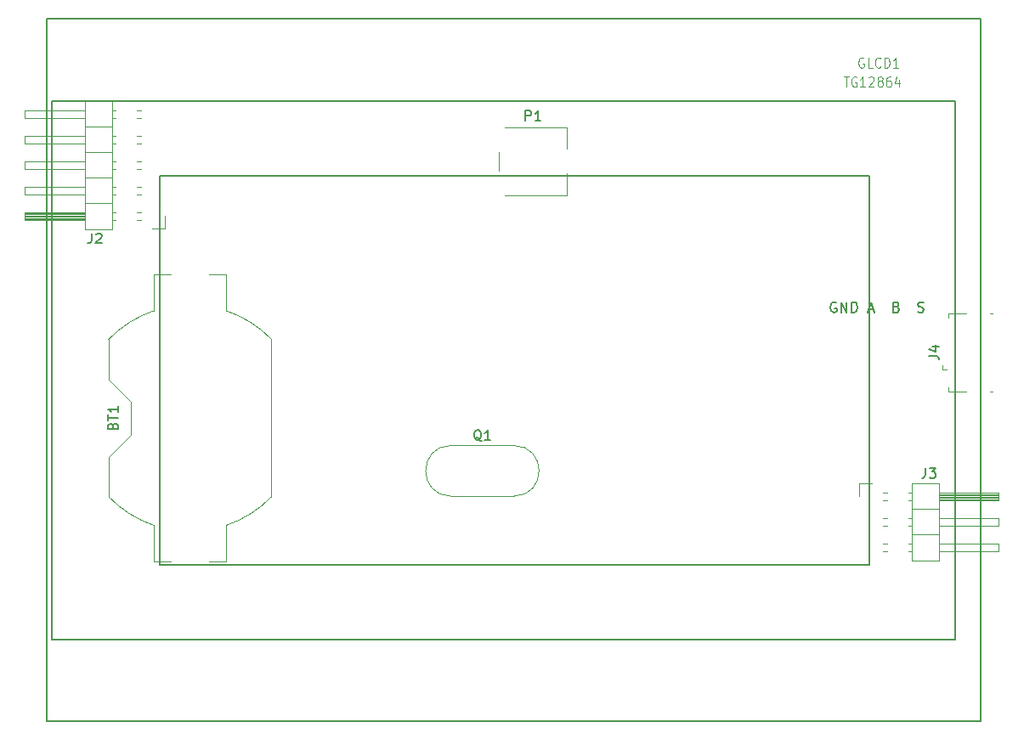
<source format=gbr>
G04 #@! TF.GenerationSoftware,KiCad,Pcbnew,(5.0.1)-3*
G04 #@! TF.CreationDate,2018-11-20T19:11:30+01:00*
G04 #@! TF.ProjectId,WeatherClock,57656174686572436C6F636B2E6B6963,rev?*
G04 #@! TF.SameCoordinates,Original*
G04 #@! TF.FileFunction,Legend,Top*
G04 #@! TF.FilePolarity,Positive*
%FSLAX46Y46*%
G04 Gerber Fmt 4.6, Leading zero omitted, Abs format (unit mm)*
G04 Created by KiCad (PCBNEW (5.0.1)-3) date 20.11.2018 19:11:30*
%MOMM*%
%LPD*%
G01*
G04 APERTURE LIST*
%ADD10C,0.150000*%
%ADD11C,0.127000*%
%ADD12C,0.120000*%
%ADD13C,0.050000*%
G04 APERTURE END LIST*
D10*
X176141571Y-93099000D02*
X176046333Y-93051380D01*
X175903476Y-93051380D01*
X175760619Y-93099000D01*
X175665380Y-93194238D01*
X175617761Y-93289476D01*
X175570142Y-93479952D01*
X175570142Y-93622809D01*
X175617761Y-93813285D01*
X175665380Y-93908523D01*
X175760619Y-94003761D01*
X175903476Y-94051380D01*
X175998714Y-94051380D01*
X176141571Y-94003761D01*
X176189190Y-93956142D01*
X176189190Y-93622809D01*
X175998714Y-93622809D01*
X176617761Y-94051380D02*
X176617761Y-93051380D01*
X177189190Y-94051380D01*
X177189190Y-93051380D01*
X177665380Y-94051380D02*
X177665380Y-93051380D01*
X177903476Y-93051380D01*
X178046333Y-93099000D01*
X178141571Y-93194238D01*
X178189190Y-93289476D01*
X178236809Y-93479952D01*
X178236809Y-93622809D01*
X178189190Y-93813285D01*
X178141571Y-93908523D01*
X178046333Y-94003761D01*
X177903476Y-94051380D01*
X177665380Y-94051380D01*
X179379666Y-93765666D02*
X179855857Y-93765666D01*
X179284428Y-94051380D02*
X179617761Y-93051380D01*
X179951095Y-94051380D01*
X182141571Y-93527571D02*
X182284428Y-93575190D01*
X182332047Y-93622809D01*
X182379666Y-93718047D01*
X182379666Y-93860904D01*
X182332047Y-93956142D01*
X182284428Y-94003761D01*
X182189190Y-94051380D01*
X181808238Y-94051380D01*
X181808238Y-93051380D01*
X182141571Y-93051380D01*
X182236809Y-93099000D01*
X182284428Y-93146619D01*
X182332047Y-93241857D01*
X182332047Y-93337095D01*
X182284428Y-93432333D01*
X182236809Y-93479952D01*
X182141571Y-93527571D01*
X181808238Y-93527571D01*
X184284428Y-94003761D02*
X184427285Y-94051380D01*
X184665380Y-94051380D01*
X184760619Y-94003761D01*
X184808238Y-93956142D01*
X184855857Y-93860904D01*
X184855857Y-93765666D01*
X184808238Y-93670428D01*
X184760619Y-93622809D01*
X184665380Y-93575190D01*
X184474904Y-93527571D01*
X184379666Y-93479952D01*
X184332047Y-93432333D01*
X184284428Y-93337095D01*
X184284428Y-93241857D01*
X184332047Y-93146619D01*
X184379666Y-93099000D01*
X184474904Y-93051380D01*
X184713000Y-93051380D01*
X184855857Y-93099000D01*
D11*
G04 #@! TO.C,GLCD1*
X108750000Y-80420000D02*
X179450000Y-80420000D01*
X108750000Y-119220000D02*
X108750000Y-80420000D01*
X179450000Y-119220000D02*
X108750000Y-119220000D01*
X179450000Y-80420000D02*
X179450000Y-119220000D01*
X188000000Y-72970000D02*
X98000000Y-72970000D01*
X188000000Y-126670000D02*
X188000000Y-72970000D01*
X98000000Y-126670000D02*
X188000000Y-126670000D01*
X98000000Y-72970000D02*
X98000000Y-126670000D01*
X190500000Y-64770000D02*
X190500000Y-134770000D01*
X97500000Y-64770000D02*
X190500000Y-64770000D01*
X97500000Y-134770000D02*
X97500000Y-64770000D01*
X190500000Y-134770000D02*
X97500000Y-134770000D01*
D12*
G04 #@! TO.C,J3*
X178435000Y-111125000D02*
X179705000Y-111125000D01*
X178435000Y-112395000D02*
X178435000Y-111125000D01*
X180747929Y-117855000D02*
X181202071Y-117855000D01*
X180747929Y-117095000D02*
X181202071Y-117095000D01*
X183287929Y-117855000D02*
X183685000Y-117855000D01*
X183287929Y-117095000D02*
X183685000Y-117095000D01*
X192345000Y-117855000D02*
X186345000Y-117855000D01*
X192345000Y-117095000D02*
X192345000Y-117855000D01*
X186345000Y-117095000D02*
X192345000Y-117095000D01*
X183685000Y-116205000D02*
X186345000Y-116205000D01*
X180747929Y-115315000D02*
X181202071Y-115315000D01*
X180747929Y-114555000D02*
X181202071Y-114555000D01*
X183287929Y-115315000D02*
X183685000Y-115315000D01*
X183287929Y-114555000D02*
X183685000Y-114555000D01*
X192345000Y-115315000D02*
X186345000Y-115315000D01*
X192345000Y-114555000D02*
X192345000Y-115315000D01*
X186345000Y-114555000D02*
X192345000Y-114555000D01*
X183685000Y-113665000D02*
X186345000Y-113665000D01*
X180815000Y-112775000D02*
X181202071Y-112775000D01*
X180815000Y-112015000D02*
X181202071Y-112015000D01*
X183287929Y-112775000D02*
X183685000Y-112775000D01*
X183287929Y-112015000D02*
X183685000Y-112015000D01*
X186345000Y-112675000D02*
X192345000Y-112675000D01*
X186345000Y-112555000D02*
X192345000Y-112555000D01*
X186345000Y-112435000D02*
X192345000Y-112435000D01*
X186345000Y-112315000D02*
X192345000Y-112315000D01*
X186345000Y-112195000D02*
X192345000Y-112195000D01*
X186345000Y-112075000D02*
X192345000Y-112075000D01*
X192345000Y-112775000D02*
X186345000Y-112775000D01*
X192345000Y-112015000D02*
X192345000Y-112775000D01*
X186345000Y-112015000D02*
X192345000Y-112015000D01*
X186345000Y-111065000D02*
X183685000Y-111065000D01*
X186345000Y-118805000D02*
X186345000Y-111065000D01*
X183685000Y-118805000D02*
X186345000Y-118805000D01*
X183685000Y-111065000D02*
X183685000Y-118805000D01*
G04 #@! TO.C,P1*
X149286000Y-80234000D02*
X149286000Y-82364000D01*
X149286000Y-75623000D02*
X149286000Y-77754000D01*
X142546000Y-78085000D02*
X142546000Y-79904000D01*
X143082000Y-82364000D02*
X149286000Y-82364000D01*
X143082000Y-75623000D02*
X149286000Y-75623000D01*
G04 #@! TO.C,BT1*
X115370000Y-90286000D02*
X115370000Y-93904000D01*
X113660000Y-90286000D02*
X115370000Y-90286000D01*
X119870000Y-96748700D02*
X119870000Y-112443300D01*
X113660000Y-118906000D02*
X115370000Y-118906000D01*
X115370000Y-115288000D02*
X115370000Y-118906000D01*
X108150000Y-118906000D02*
X108150000Y-115288000D01*
X109860000Y-118906000D02*
X108150000Y-118906000D01*
X103650000Y-112443300D02*
X103650000Y-108456000D01*
X105850000Y-106256000D02*
X103650000Y-108456000D01*
X105850000Y-106256000D02*
X105850000Y-102936000D01*
X105850000Y-102936000D02*
X103650000Y-100736000D01*
X103650000Y-100736000D02*
X103650000Y-96748700D01*
X108150000Y-93904000D02*
X108150000Y-90286000D01*
X109860000Y-90286000D02*
X108150000Y-90286000D01*
X119871789Y-96750630D02*
G75*
G03X115370000Y-93904000I-8111789J-7845370D01*
G01*
X103648211Y-112441370D02*
G75*
G03X108150000Y-115288000I8111789J7845370D01*
G01*
X119871789Y-112441370D02*
G75*
G02X115370000Y-115288000I-8111789J7845370D01*
G01*
X103648211Y-96750630D02*
G75*
G02X108150000Y-93904000I8111789J-7845370D01*
G01*
G04 #@! TO.C,J4*
X186719379Y-99754463D02*
X187169379Y-99754463D01*
X186719379Y-99754463D02*
X186719379Y-99304463D01*
X187269379Y-94154463D02*
X187269379Y-94604463D01*
X189119379Y-94154463D02*
X187269379Y-94154463D01*
X191669379Y-101954463D02*
X191419379Y-101954463D01*
X191669379Y-94154463D02*
X191419379Y-94154463D01*
X189119379Y-101954463D02*
X187269379Y-101954463D01*
X187269379Y-101954463D02*
X187269379Y-101504463D01*
G04 #@! TO.C,J2*
X109220000Y-85725000D02*
X107950000Y-85725000D01*
X109220000Y-84455000D02*
X109220000Y-85725000D01*
X106907071Y-73915000D02*
X106452929Y-73915000D01*
X106907071Y-74675000D02*
X106452929Y-74675000D01*
X104367071Y-73915000D02*
X103970000Y-73915000D01*
X104367071Y-74675000D02*
X103970000Y-74675000D01*
X95310000Y-73915000D02*
X101310000Y-73915000D01*
X95310000Y-74675000D02*
X95310000Y-73915000D01*
X101310000Y-74675000D02*
X95310000Y-74675000D01*
X103970000Y-75565000D02*
X101310000Y-75565000D01*
X106907071Y-76455000D02*
X106452929Y-76455000D01*
X106907071Y-77215000D02*
X106452929Y-77215000D01*
X104367071Y-76455000D02*
X103970000Y-76455000D01*
X104367071Y-77215000D02*
X103970000Y-77215000D01*
X95310000Y-76455000D02*
X101310000Y-76455000D01*
X95310000Y-77215000D02*
X95310000Y-76455000D01*
X101310000Y-77215000D02*
X95310000Y-77215000D01*
X103970000Y-78105000D02*
X101310000Y-78105000D01*
X106907071Y-78995000D02*
X106452929Y-78995000D01*
X106907071Y-79755000D02*
X106452929Y-79755000D01*
X104367071Y-78995000D02*
X103970000Y-78995000D01*
X104367071Y-79755000D02*
X103970000Y-79755000D01*
X95310000Y-78995000D02*
X101310000Y-78995000D01*
X95310000Y-79755000D02*
X95310000Y-78995000D01*
X101310000Y-79755000D02*
X95310000Y-79755000D01*
X103970000Y-80645000D02*
X101310000Y-80645000D01*
X106907071Y-81535000D02*
X106452929Y-81535000D01*
X106907071Y-82295000D02*
X106452929Y-82295000D01*
X104367071Y-81535000D02*
X103970000Y-81535000D01*
X104367071Y-82295000D02*
X103970000Y-82295000D01*
X95310000Y-81535000D02*
X101310000Y-81535000D01*
X95310000Y-82295000D02*
X95310000Y-81535000D01*
X101310000Y-82295000D02*
X95310000Y-82295000D01*
X103970000Y-83185000D02*
X101310000Y-83185000D01*
X106840000Y-84075000D02*
X106452929Y-84075000D01*
X106840000Y-84835000D02*
X106452929Y-84835000D01*
X104367071Y-84075000D02*
X103970000Y-84075000D01*
X104367071Y-84835000D02*
X103970000Y-84835000D01*
X101310000Y-84175000D02*
X95310000Y-84175000D01*
X101310000Y-84295000D02*
X95310000Y-84295000D01*
X101310000Y-84415000D02*
X95310000Y-84415000D01*
X101310000Y-84535000D02*
X95310000Y-84535000D01*
X101310000Y-84655000D02*
X95310000Y-84655000D01*
X101310000Y-84775000D02*
X95310000Y-84775000D01*
X95310000Y-84075000D02*
X101310000Y-84075000D01*
X95310000Y-84835000D02*
X95310000Y-84075000D01*
X101310000Y-84835000D02*
X95310000Y-84835000D01*
X101310000Y-85785000D02*
X103970000Y-85785000D01*
X101310000Y-72965000D02*
X101310000Y-85785000D01*
X103970000Y-72965000D02*
X101310000Y-72965000D01*
X103970000Y-85785000D02*
X103970000Y-72965000D01*
G04 #@! TO.C,Q1*
X144005000Y-112380000D02*
G75*
G03X144005000Y-107330000I0J2525000D01*
G01*
X137755000Y-112380000D02*
G75*
G02X137755000Y-107330000I0J2525000D01*
G01*
X137755000Y-112380000D02*
X144005000Y-112380000D01*
X137755000Y-107330000D02*
X144005000Y-107330000D01*
G04 #@! TO.C,GLCD1*
D13*
X178882857Y-68715000D02*
X178797142Y-68667380D01*
X178668571Y-68667380D01*
X178540000Y-68715000D01*
X178454285Y-68810238D01*
X178411428Y-68905476D01*
X178368571Y-69095952D01*
X178368571Y-69238809D01*
X178411428Y-69429285D01*
X178454285Y-69524523D01*
X178540000Y-69619761D01*
X178668571Y-69667380D01*
X178754285Y-69667380D01*
X178882857Y-69619761D01*
X178925714Y-69572142D01*
X178925714Y-69238809D01*
X178754285Y-69238809D01*
X179740000Y-69667380D02*
X179311428Y-69667380D01*
X179311428Y-68667380D01*
X180554285Y-69572142D02*
X180511428Y-69619761D01*
X180382857Y-69667380D01*
X180297142Y-69667380D01*
X180168571Y-69619761D01*
X180082857Y-69524523D01*
X180040000Y-69429285D01*
X179997142Y-69238809D01*
X179997142Y-69095952D01*
X180040000Y-68905476D01*
X180082857Y-68810238D01*
X180168571Y-68715000D01*
X180297142Y-68667380D01*
X180382857Y-68667380D01*
X180511428Y-68715000D01*
X180554285Y-68762619D01*
X180940000Y-69667380D02*
X180940000Y-68667380D01*
X181154285Y-68667380D01*
X181282857Y-68715000D01*
X181368571Y-68810238D01*
X181411428Y-68905476D01*
X181454285Y-69095952D01*
X181454285Y-69238809D01*
X181411428Y-69429285D01*
X181368571Y-69524523D01*
X181282857Y-69619761D01*
X181154285Y-69667380D01*
X180940000Y-69667380D01*
X182311428Y-69667380D02*
X181797142Y-69667380D01*
X182054285Y-69667380D02*
X182054285Y-68667380D01*
X181968571Y-68810238D01*
X181882857Y-68905476D01*
X181797142Y-68953095D01*
X176855000Y-70572380D02*
X177369285Y-70572380D01*
X177112142Y-71572380D02*
X177112142Y-70572380D01*
X178140714Y-70620000D02*
X178055000Y-70572380D01*
X177926428Y-70572380D01*
X177797857Y-70620000D01*
X177712142Y-70715238D01*
X177669285Y-70810476D01*
X177626428Y-71000952D01*
X177626428Y-71143809D01*
X177669285Y-71334285D01*
X177712142Y-71429523D01*
X177797857Y-71524761D01*
X177926428Y-71572380D01*
X178012142Y-71572380D01*
X178140714Y-71524761D01*
X178183571Y-71477142D01*
X178183571Y-71143809D01*
X178012142Y-71143809D01*
X179040714Y-71572380D02*
X178526428Y-71572380D01*
X178783571Y-71572380D02*
X178783571Y-70572380D01*
X178697857Y-70715238D01*
X178612142Y-70810476D01*
X178526428Y-70858095D01*
X179383571Y-70667619D02*
X179426428Y-70620000D01*
X179512142Y-70572380D01*
X179726428Y-70572380D01*
X179812142Y-70620000D01*
X179855000Y-70667619D01*
X179897857Y-70762857D01*
X179897857Y-70858095D01*
X179855000Y-71000952D01*
X179340714Y-71572380D01*
X179897857Y-71572380D01*
X180412142Y-71000952D02*
X180326428Y-70953333D01*
X180283571Y-70905714D01*
X180240714Y-70810476D01*
X180240714Y-70762857D01*
X180283571Y-70667619D01*
X180326428Y-70620000D01*
X180412142Y-70572380D01*
X180583571Y-70572380D01*
X180669285Y-70620000D01*
X180712142Y-70667619D01*
X180755000Y-70762857D01*
X180755000Y-70810476D01*
X180712142Y-70905714D01*
X180669285Y-70953333D01*
X180583571Y-71000952D01*
X180412142Y-71000952D01*
X180326428Y-71048571D01*
X180283571Y-71096190D01*
X180240714Y-71191428D01*
X180240714Y-71381904D01*
X180283571Y-71477142D01*
X180326428Y-71524761D01*
X180412142Y-71572380D01*
X180583571Y-71572380D01*
X180669285Y-71524761D01*
X180712142Y-71477142D01*
X180755000Y-71381904D01*
X180755000Y-71191428D01*
X180712142Y-71096190D01*
X180669285Y-71048571D01*
X180583571Y-71000952D01*
X181526428Y-70572380D02*
X181355000Y-70572380D01*
X181269285Y-70620000D01*
X181226428Y-70667619D01*
X181140714Y-70810476D01*
X181097857Y-71000952D01*
X181097857Y-71381904D01*
X181140714Y-71477142D01*
X181183571Y-71524761D01*
X181269285Y-71572380D01*
X181440714Y-71572380D01*
X181526428Y-71524761D01*
X181569285Y-71477142D01*
X181612142Y-71381904D01*
X181612142Y-71143809D01*
X181569285Y-71048571D01*
X181526428Y-71000952D01*
X181440714Y-70953333D01*
X181269285Y-70953333D01*
X181183571Y-71000952D01*
X181140714Y-71048571D01*
X181097857Y-71143809D01*
X182383571Y-70905714D02*
X182383571Y-71572380D01*
X182169285Y-70524761D02*
X181955000Y-71239047D01*
X182512142Y-71239047D01*
G04 #@! TO.C,J3*
D10*
X185026666Y-109577380D02*
X185026666Y-110291666D01*
X184979047Y-110434523D01*
X184883809Y-110529761D01*
X184740952Y-110577380D01*
X184645714Y-110577380D01*
X185407619Y-109577380D02*
X186026666Y-109577380D01*
X185693333Y-109958333D01*
X185836190Y-109958333D01*
X185931428Y-110005952D01*
X185979047Y-110053571D01*
X186026666Y-110148809D01*
X186026666Y-110386904D01*
X185979047Y-110482142D01*
X185931428Y-110529761D01*
X185836190Y-110577380D01*
X185550476Y-110577380D01*
X185455238Y-110529761D01*
X185407619Y-110482142D01*
G04 #@! TO.C,P1*
X145177904Y-74946380D02*
X145177904Y-73946380D01*
X145558857Y-73946380D01*
X145654095Y-73994000D01*
X145701714Y-74041619D01*
X145749333Y-74136857D01*
X145749333Y-74279714D01*
X145701714Y-74374952D01*
X145654095Y-74422571D01*
X145558857Y-74470190D01*
X145177904Y-74470190D01*
X146701714Y-74946380D02*
X146130285Y-74946380D01*
X146416000Y-74946380D02*
X146416000Y-73946380D01*
X146320761Y-74089238D01*
X146225523Y-74184476D01*
X146130285Y-74232095D01*
G04 #@! TO.C,BT1*
X104068571Y-105381714D02*
X104116190Y-105238857D01*
X104163809Y-105191238D01*
X104259047Y-105143619D01*
X104401904Y-105143619D01*
X104497142Y-105191238D01*
X104544761Y-105238857D01*
X104592380Y-105334095D01*
X104592380Y-105715047D01*
X103592380Y-105715047D01*
X103592380Y-105381714D01*
X103640000Y-105286476D01*
X103687619Y-105238857D01*
X103782857Y-105191238D01*
X103878095Y-105191238D01*
X103973333Y-105238857D01*
X104020952Y-105286476D01*
X104068571Y-105381714D01*
X104068571Y-105715047D01*
X103592380Y-104857904D02*
X103592380Y-104286476D01*
X104592380Y-104572190D02*
X103592380Y-104572190D01*
X104592380Y-103429333D02*
X104592380Y-104000761D01*
X104592380Y-103715047D02*
X103592380Y-103715047D01*
X103735238Y-103810285D01*
X103830476Y-103905523D01*
X103878095Y-104000761D01*
G04 #@! TO.C,J4*
X185371759Y-98387796D02*
X186086045Y-98387796D01*
X186228902Y-98435415D01*
X186324140Y-98530653D01*
X186371759Y-98673510D01*
X186371759Y-98768748D01*
X185705093Y-97483034D02*
X186371759Y-97483034D01*
X185324140Y-97721129D02*
X186038426Y-97959224D01*
X186038426Y-97340177D01*
G04 #@! TO.C,J2*
X101961666Y-86177380D02*
X101961666Y-86891666D01*
X101914047Y-87034523D01*
X101818809Y-87129761D01*
X101675952Y-87177380D01*
X101580714Y-87177380D01*
X102390238Y-86272619D02*
X102437857Y-86225000D01*
X102533095Y-86177380D01*
X102771190Y-86177380D01*
X102866428Y-86225000D01*
X102914047Y-86272619D01*
X102961666Y-86367857D01*
X102961666Y-86463095D01*
X102914047Y-86605952D01*
X102342619Y-87177380D01*
X102961666Y-87177380D01*
G04 #@! TO.C,Q1*
X140784761Y-106877619D02*
X140689523Y-106830000D01*
X140594285Y-106734761D01*
X140451428Y-106591904D01*
X140356190Y-106544285D01*
X140260952Y-106544285D01*
X140308571Y-106782380D02*
X140213333Y-106734761D01*
X140118095Y-106639523D01*
X140070476Y-106449047D01*
X140070476Y-106115714D01*
X140118095Y-105925238D01*
X140213333Y-105830000D01*
X140308571Y-105782380D01*
X140499047Y-105782380D01*
X140594285Y-105830000D01*
X140689523Y-105925238D01*
X140737142Y-106115714D01*
X140737142Y-106449047D01*
X140689523Y-106639523D01*
X140594285Y-106734761D01*
X140499047Y-106782380D01*
X140308571Y-106782380D01*
X141689523Y-106782380D02*
X141118095Y-106782380D01*
X141403809Y-106782380D02*
X141403809Y-105782380D01*
X141308571Y-105925238D01*
X141213333Y-106020476D01*
X141118095Y-106068095D01*
G04 #@! TD*
M02*

</source>
